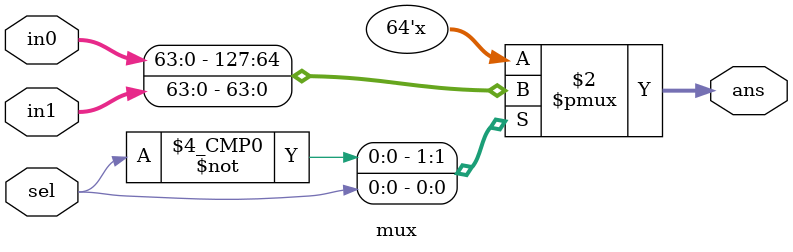
<source format=v>
module mux(input [63:0]in0  ,input [63:0]in1  ,input [0:0] sel, output reg [63:0]ans);

	always @(*) begin 
		 case(sel)
		 1'd0 : ans  = in0;
		 1'd1 : ans  = in1;
		 default : ans = 1'd0;
		endcase
	end

endmodule
</source>
